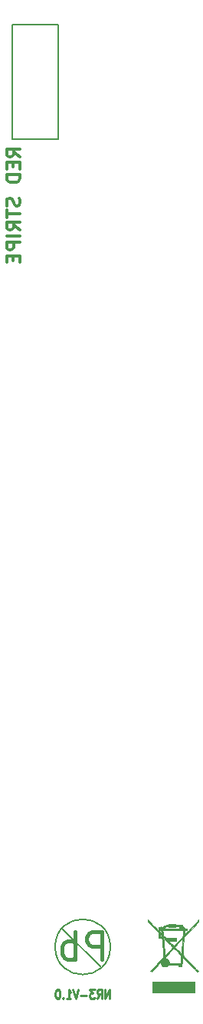
<source format=gbr>
G04 #@! TF.GenerationSoftware,KiCad,Pcbnew,5.1.9-73d0e3b20d~88~ubuntu20.04.1*
G04 #@! TF.CreationDate,2021-04-14T10:28:40-07:00*
G04 #@! TF.ProjectId,3xVCA,33785643-412e-46b6-9963-61645f706362,rev?*
G04 #@! TF.SameCoordinates,Original*
G04 #@! TF.FileFunction,Legend,Bot*
G04 #@! TF.FilePolarity,Positive*
%FSLAX46Y46*%
G04 Gerber Fmt 4.6, Leading zero omitted, Abs format (unit mm)*
G04 Created by KiCad (PCBNEW 5.1.9-73d0e3b20d~88~ubuntu20.04.1) date 2021-04-14 10:28:40*
%MOMM*%
%LPD*%
G01*
G04 APERTURE LIST*
%ADD10C,0.212500*%
%ADD11C,0.375000*%
%ADD12C,0.200000*%
%ADD13C,0.010000*%
%ADD14C,0.150000*%
%ADD15C,0.400000*%
G04 APERTURE END LIST*
D10*
X11975000Y1547619D02*
X11975000Y2547619D01*
X11489285Y1547619D01*
X11489285Y2547619D01*
X10598809Y1547619D02*
X10882142Y2023809D01*
X11084523Y1547619D02*
X11084523Y2547619D01*
X10760714Y2547619D01*
X10679761Y2500000D01*
X10639285Y2452380D01*
X10598809Y2357142D01*
X10598809Y2214285D01*
X10639285Y2119047D01*
X10679761Y2071428D01*
X10760714Y2023809D01*
X11084523Y2023809D01*
X10315476Y2547619D02*
X9789285Y2547619D01*
X10072619Y2166666D01*
X9951190Y2166666D01*
X9870238Y2119047D01*
X9829761Y2071428D01*
X9789285Y1976190D01*
X9789285Y1738095D01*
X9829761Y1642857D01*
X9870238Y1595238D01*
X9951190Y1547619D01*
X10194047Y1547619D01*
X10275000Y1595238D01*
X10315476Y1642857D01*
X9425000Y1928571D02*
X8777380Y1928571D01*
X8494047Y2547619D02*
X8210714Y1547619D01*
X7927380Y2547619D01*
X7198809Y1547619D02*
X7684523Y1547619D01*
X7441666Y1547619D02*
X7441666Y2547619D01*
X7522619Y2404761D01*
X7603571Y2309523D01*
X7684523Y2261904D01*
X6834523Y1642857D02*
X6794047Y1595238D01*
X6834523Y1547619D01*
X6875000Y1595238D01*
X6834523Y1642857D01*
X6834523Y1547619D01*
X6267857Y2547619D02*
X6186904Y2547619D01*
X6105952Y2500000D01*
X6065476Y2452380D01*
X6025000Y2357142D01*
X5984523Y2166666D01*
X5984523Y1928571D01*
X6025000Y1738095D01*
X6065476Y1642857D01*
X6105952Y1595238D01*
X6186904Y1547619D01*
X6267857Y1547619D01*
X6348809Y1595238D01*
X6389285Y1642857D01*
X6429761Y1738095D01*
X6470238Y1928571D01*
X6470238Y2166666D01*
X6429761Y2357142D01*
X6389285Y2452380D01*
X6348809Y2500000D01*
X6267857Y2547619D01*
D11*
X2078571Y94285714D02*
X1364285Y94785714D01*
X2078571Y95142857D02*
X578571Y95142857D01*
X578571Y94571428D01*
X650000Y94428571D01*
X721428Y94357142D01*
X864285Y94285714D01*
X1078571Y94285714D01*
X1221428Y94357142D01*
X1292857Y94428571D01*
X1364285Y94571428D01*
X1364285Y95142857D01*
X1292857Y93642857D02*
X1292857Y93142857D01*
X2078571Y92928571D02*
X2078571Y93642857D01*
X578571Y93642857D01*
X578571Y92928571D01*
X2078571Y92285714D02*
X578571Y92285714D01*
X578571Y91928571D01*
X650000Y91714285D01*
X792857Y91571428D01*
X935714Y91500000D01*
X1221428Y91428571D01*
X1435714Y91428571D01*
X1721428Y91500000D01*
X1864285Y91571428D01*
X2007142Y91714285D01*
X2078571Y91928571D01*
X2078571Y92285714D01*
X2007142Y89714285D02*
X2078571Y89500000D01*
X2078571Y89142857D01*
X2007142Y89000000D01*
X1935714Y88928571D01*
X1792857Y88857142D01*
X1650000Y88857142D01*
X1507142Y88928571D01*
X1435714Y89000000D01*
X1364285Y89142857D01*
X1292857Y89428571D01*
X1221428Y89571428D01*
X1150000Y89642857D01*
X1007142Y89714285D01*
X864285Y89714285D01*
X721428Y89642857D01*
X650000Y89571428D01*
X578571Y89428571D01*
X578571Y89071428D01*
X650000Y88857142D01*
X578571Y88428571D02*
X578571Y87571428D01*
X2078571Y88000000D02*
X578571Y88000000D01*
X2078571Y86214285D02*
X1364285Y86714285D01*
X2078571Y87071428D02*
X578571Y87071428D01*
X578571Y86500000D01*
X649999Y86357142D01*
X721428Y86285714D01*
X864285Y86214285D01*
X1078571Y86214285D01*
X1221428Y86285714D01*
X1292857Y86357142D01*
X1364285Y86500000D01*
X1364285Y87071428D01*
X2078571Y85571428D02*
X578571Y85571428D01*
X2078571Y84857142D02*
X578571Y84857142D01*
X578571Y84285714D01*
X649999Y84142857D01*
X721428Y84071428D01*
X864285Y84000000D01*
X1078571Y84000000D01*
X1221428Y84071428D01*
X1292857Y84142857D01*
X1364285Y84285714D01*
X1364285Y84857142D01*
X1292857Y83357142D02*
X1292857Y82857142D01*
X2078571Y82642857D02*
X2078571Y83357142D01*
X578571Y83357142D01*
X578571Y82642857D01*
D12*
X12050000Y7250000D02*
G75*
G03*
X12050000Y7250000I-3050000J0D01*
G01*
X11000000Y5000000D02*
X6750000Y9250000D01*
D13*
G36*
X16677237Y2239474D02*
G01*
X21356184Y2239474D01*
X21356184Y3392500D01*
X16677237Y3392500D01*
X16677237Y2239474D01*
G37*
X16677237Y2239474D02*
X21356184Y2239474D01*
X21356184Y3392500D01*
X16677237Y3392500D01*
X16677237Y2239474D01*
G36*
X16176744Y10150663D02*
G01*
X16177567Y10034934D01*
X16777885Y9425000D01*
X17378204Y8815066D01*
X17378641Y8535165D01*
X17379079Y8255263D01*
X17744663Y8255263D01*
X17754083Y8184244D01*
X17757650Y8151873D01*
X17763662Y8090913D01*
X17771799Y8005002D01*
X17781738Y7897774D01*
X17793157Y7772867D01*
X17805736Y7633917D01*
X17819153Y7484559D01*
X17833085Y7328432D01*
X17847212Y7169170D01*
X17861212Y7010410D01*
X17874763Y6855789D01*
X17887544Y6708943D01*
X17899233Y6573507D01*
X17909508Y6453120D01*
X17918048Y6351416D01*
X17924531Y6272033D01*
X17928636Y6218606D01*
X17930041Y6194771D01*
X17930040Y6194658D01*
X17919796Y6175534D01*
X17889026Y6136045D01*
X17837311Y6075734D01*
X17764233Y5994139D01*
X17669373Y5890802D01*
X17552313Y5765262D01*
X17412633Y5617060D01*
X17249916Y5445737D01*
X17204179Y5397763D01*
X16478805Y4637434D01*
X16537449Y4578948D01*
X16596092Y4520461D01*
X16690974Y4623690D01*
X16725685Y4660997D01*
X16779906Y4718689D01*
X16850059Y4792987D01*
X16932568Y4880111D01*
X17023855Y4976282D01*
X17120342Y5077720D01*
X17178065Y5138305D01*
X17286434Y5251803D01*
X17374028Y5342715D01*
X17443080Y5412693D01*
X17495824Y5463390D01*
X17534494Y5496460D01*
X17561323Y5513556D01*
X17578544Y5516331D01*
X17588392Y5506437D01*
X17593099Y5485529D01*
X17594899Y5455259D01*
X17595141Y5446998D01*
X17607658Y5390091D01*
X17638497Y5321307D01*
X17681503Y5251525D01*
X17730520Y5191622D01*
X17750134Y5173118D01*
X17850770Y5108372D01*
X17968327Y5072146D01*
X18072262Y5063553D01*
X18190049Y5079761D01*
X18298831Y5127288D01*
X18395110Y5204489D01*
X18412875Y5223705D01*
X18477832Y5297500D01*
X19601579Y5297500D01*
X19601579Y5063553D01*
X19902368Y5063553D01*
X19902368Y5172848D01*
X19906143Y5247461D01*
X19918825Y5299250D01*
X19934237Y5327420D01*
X19945250Y5347576D01*
X19954679Y5376800D01*
X19963151Y5419425D01*
X19971290Y5479783D01*
X19979721Y5562207D01*
X19989068Y5671028D01*
X19995469Y5751983D01*
X20024831Y6131268D01*
X20745659Y5401062D01*
X20875992Y5268934D01*
X21001108Y5141904D01*
X21118721Y5022305D01*
X21226545Y4912472D01*
X21322295Y4814737D01*
X21403683Y4731434D01*
X21468423Y4664896D01*
X21514230Y4617458D01*
X21538792Y4591480D01*
X21579145Y4550351D01*
X21612805Y4521665D01*
X21630910Y4512105D01*
X21654035Y4523303D01*
X21687743Y4551281D01*
X21699169Y4562674D01*
X21747617Y4613243D01*
X21480881Y4884298D01*
X21412831Y4953348D01*
X21325085Y5042226D01*
X21221492Y5147041D01*
X21105900Y5263903D01*
X20982159Y5388921D01*
X20854119Y5518205D01*
X20725628Y5647864D01*
X20633454Y5740821D01*
X20493342Y5882480D01*
X20375632Y6002409D01*
X20278820Y6102232D01*
X20201399Y6183572D01*
X20141864Y6248052D01*
X20112358Y6281723D01*
X19875409Y6281723D01*
X19845743Y5902408D01*
X19836797Y5791223D01*
X19828142Y5689547D01*
X19820271Y5602696D01*
X19813672Y5535982D01*
X19808836Y5494721D01*
X19807280Y5485494D01*
X19798482Y5447895D01*
X18536681Y5447895D01*
X18528258Y5552827D01*
X18502828Y5676805D01*
X18449611Y5786476D01*
X18371963Y5877844D01*
X18273237Y5946917D01*
X18162428Y5988380D01*
X18126480Y6007829D01*
X18108483Y6049570D01*
X18108106Y6051411D01*
X18105947Y6069033D01*
X18108616Y6087078D01*
X18118720Y6108892D01*
X18138863Y6137823D01*
X18171651Y6177217D01*
X18219690Y6230423D01*
X18285584Y6300786D01*
X18371940Y6391654D01*
X18377520Y6397507D01*
X18470405Y6495044D01*
X18569155Y6598933D01*
X18666984Y6702023D01*
X18757107Y6797161D01*
X18832738Y6877196D01*
X18849605Y6895089D01*
X18914265Y6962556D01*
X18971705Y7020291D01*
X19017801Y7064325D01*
X19048431Y7090686D01*
X19058715Y7096479D01*
X19074052Y7084354D01*
X19109917Y7051090D01*
X19163488Y6999458D01*
X19231940Y6932225D01*
X19312447Y6852163D01*
X19402187Y6762039D01*
X19475532Y6687802D01*
X19875409Y6281723D01*
X20112358Y6281723D01*
X20098709Y6297297D01*
X20070429Y6332929D01*
X20055517Y6356571D01*
X20052199Y6367520D01*
X20053456Y6391414D01*
X20057274Y6445499D01*
X20063407Y6526662D01*
X20071607Y6631790D01*
X20081627Y6757772D01*
X20093220Y6901495D01*
X20106140Y7059846D01*
X20120138Y7229713D01*
X20131419Y7365472D01*
X20195250Y8130894D01*
X20031004Y8130894D01*
X20030297Y8114376D01*
X20026969Y8067855D01*
X20021290Y7994622D01*
X20013526Y7897972D01*
X20003943Y7781195D01*
X19992811Y7647586D01*
X19980395Y7500437D01*
X19968480Y7360729D01*
X19954984Y7202213D01*
X19942413Y7052579D01*
X19931055Y6915398D01*
X19921198Y6794241D01*
X19913130Y6692680D01*
X19907140Y6614288D01*
X19903515Y6562637D01*
X19902509Y6542577D01*
X19900940Y6530092D01*
X19894722Y6525138D01*
X19881459Y6529782D01*
X19858753Y6546091D01*
X19824208Y6576132D01*
X19775427Y6621973D01*
X19710013Y6685680D01*
X19625569Y6769321D01*
X19535971Y6858701D01*
X19169574Y7224814D01*
X19172141Y7227566D01*
X18929951Y7227566D01*
X18918913Y7212450D01*
X18888013Y7176858D01*
X18840347Y7124059D01*
X18779013Y7057327D01*
X18707107Y6979930D01*
X18627727Y6895142D01*
X18543969Y6806233D01*
X18458930Y6716474D01*
X18375708Y6629136D01*
X18297399Y6547491D01*
X18227100Y6474809D01*
X18167909Y6414363D01*
X18122922Y6369422D01*
X18095236Y6343258D01*
X18087686Y6337928D01*
X18085197Y6355133D01*
X18080030Y6402652D01*
X18072470Y6477511D01*
X18062800Y6576736D01*
X18051305Y6697351D01*
X18038269Y6836382D01*
X18023976Y6990855D01*
X18008710Y7157794D01*
X17996521Y7292403D01*
X17980929Y7466946D01*
X17966523Y7631373D01*
X17953547Y7782701D01*
X17942241Y7917947D01*
X17932848Y8034130D01*
X17925611Y8128265D01*
X17920772Y8197370D01*
X17918573Y8238462D01*
X17918824Y8249132D01*
X17931970Y8239628D01*
X17965446Y8209080D01*
X18016326Y8160444D01*
X18081683Y8096677D01*
X18158591Y8020735D01*
X18244124Y7935576D01*
X18335354Y7844155D01*
X18429356Y7749431D01*
X18523202Y7654359D01*
X18613967Y7561897D01*
X18698723Y7475001D01*
X18774544Y7396628D01*
X18838503Y7329735D01*
X18887674Y7277278D01*
X18919131Y7242215D01*
X18929951Y7227566D01*
X19172141Y7227566D01*
X19306202Y7371240D01*
X19375784Y7445552D01*
X19453881Y7528517D01*
X19537406Y7616898D01*
X19623270Y7707459D01*
X19708385Y7796964D01*
X19789664Y7882177D01*
X19864019Y7959861D01*
X19928363Y8026780D01*
X19979606Y8079697D01*
X20014663Y8115377D01*
X20030444Y8130584D01*
X20031004Y8130894D01*
X20195250Y8130894D01*
X20211204Y8322193D01*
X21009286Y9161515D01*
X21807368Y10000836D01*
X21806781Y10118148D01*
X21806194Y10235461D01*
X21677275Y10097747D01*
X21605124Y10020937D01*
X21519940Y9930696D01*
X21424021Y9829425D01*
X21319666Y9719524D01*
X21209174Y9603396D01*
X21094844Y9483442D01*
X20978975Y9362064D01*
X20863865Y9241662D01*
X20751814Y9124638D01*
X20645119Y9013394D01*
X20546080Y8910331D01*
X20456997Y8817850D01*
X20380166Y8738353D01*
X20317888Y8674242D01*
X20272462Y8627917D01*
X20246185Y8601781D01*
X20240426Y8596767D01*
X20240030Y8614209D01*
X20242208Y8658865D01*
X20246583Y8724660D01*
X20252775Y8805517D01*
X20255433Y8837817D01*
X20275228Y9074079D01*
X20120242Y9074079D01*
X20112240Y9036480D01*
X20108160Y9006745D01*
X20102425Y8950797D01*
X20095701Y8875764D01*
X20088648Y8788775D01*
X20086207Y8756579D01*
X20079008Y8664139D01*
X20071742Y8578293D01*
X20065136Y8507153D01*
X20059916Y8458831D01*
X20058739Y8450061D01*
X20054298Y8432058D01*
X20044687Y8410983D01*
X20027860Y8384475D01*
X20001775Y8350172D01*
X19964387Y8305711D01*
X19913654Y8248729D01*
X19847530Y8176864D01*
X19763974Y8087754D01*
X19660940Y7979036D01*
X19555833Y7868725D01*
X19451262Y7759559D01*
X19353649Y7658460D01*
X19265422Y7567885D01*
X19189012Y7490292D01*
X19126849Y7428138D01*
X19081363Y7383882D01*
X19054983Y7359982D01*
X19049357Y7356426D01*
X19034557Y7369319D01*
X18999961Y7402940D01*
X18948929Y7453918D01*
X18884817Y7518880D01*
X18810984Y7594452D01*
X18757589Y7649507D01*
X18478827Y7937763D01*
X19300790Y7937763D01*
X19300790Y8255263D01*
X18298158Y8255263D01*
X18298158Y8113794D01*
X18114342Y8297040D01*
X17983948Y8427029D01*
X17730000Y8427029D01*
X17727571Y8406523D01*
X17715276Y8395098D01*
X17685604Y8390120D01*
X17631045Y8388956D01*
X17621382Y8388948D01*
X17512763Y8388948D01*
X17512763Y8680416D01*
X17621382Y8572763D01*
X17682654Y8507313D01*
X17719301Y8457171D01*
X17730000Y8427029D01*
X17983948Y8427029D01*
X17930526Y8480285D01*
X17930526Y8643498D01*
X17930015Y8718586D01*
X17927672Y8766355D01*
X17922289Y8792902D01*
X17912656Y8804321D01*
X17898129Y8806711D01*
X17881973Y8810220D01*
X17870031Y8824289D01*
X17860861Y8854231D01*
X17853018Y8905358D01*
X17845058Y8982983D01*
X17842504Y9011415D01*
X17836974Y9074079D01*
X20120242Y9074079D01*
X20275228Y9074079D01*
X20487237Y9074079D01*
X20487237Y9224474D01*
X20397141Y9224474D01*
X20344445Y9225917D01*
X20315812Y9232884D01*
X20312309Y9237030D01*
X20127766Y9237030D01*
X20118054Y9227558D01*
X20084412Y9224634D01*
X20061706Y9224474D01*
X19985921Y9224474D01*
X19703306Y9224474D01*
X17823481Y9224474D01*
X17887062Y9289587D01*
X17985814Y9369938D01*
X18108032Y9431911D01*
X18255787Y9476354D01*
X18402599Y9500935D01*
X18498684Y9512404D01*
X18498684Y9391579D01*
X19267368Y9391579D01*
X19267368Y9528655D01*
X19380165Y9517224D01*
X19458975Y9507575D01*
X19542943Y9494786D01*
X19593224Y9485652D01*
X19693487Y9465512D01*
X19698397Y9344993D01*
X19703306Y9224474D01*
X19985921Y9224474D01*
X19985921Y9291316D01*
X19988131Y9333190D01*
X19993650Y9356464D01*
X19995874Y9358158D01*
X20020613Y9347440D01*
X20056757Y9321437D01*
X20092990Y9289377D01*
X20117999Y9260489D01*
X20120227Y9256733D01*
X20127766Y9237030D01*
X20312309Y9237030D01*
X20301919Y9249326D01*
X20296311Y9267238D01*
X20273422Y9313721D01*
X20229460Y9369600D01*
X20171989Y9427040D01*
X20108573Y9478207D01*
X20066918Y9504857D01*
X20019466Y9534028D01*
X19995141Y9558533D01*
X19986595Y9587428D01*
X19985938Y9604638D01*
X19985937Y9608816D01*
X19133684Y9608816D01*
X19133684Y9525263D01*
X18632368Y9525263D01*
X18632368Y9608816D01*
X19133684Y9608816D01*
X19985937Y9608816D01*
X19985921Y9658948D01*
X19845274Y9658948D01*
X19780564Y9657383D01*
X19730130Y9653215D01*
X19702094Y9647227D01*
X19699057Y9644803D01*
X19681273Y9641082D01*
X19637992Y9642606D01*
X19576651Y9648925D01*
X19534737Y9654760D01*
X19458737Y9666222D01*
X19389230Y9676570D01*
X19336997Y9684204D01*
X19321678Y9686373D01*
X19281653Y9698768D01*
X19267368Y9718192D01*
X19263025Y9726102D01*
X19247490Y9732137D01*
X19217001Y9736534D01*
X19167800Y9739531D01*
X19096126Y9741365D01*
X18998219Y9742275D01*
X18883026Y9742500D01*
X18760086Y9742372D01*
X18666559Y9741770D01*
X18598440Y9740361D01*
X18551719Y9737819D01*
X18522391Y9733811D01*
X18506449Y9728009D01*
X18499885Y9720083D01*
X18498684Y9710867D01*
X18488460Y9681615D01*
X18454970Y9664969D01*
X18393988Y9659032D01*
X18383017Y9658948D01*
X18279746Y9648294D01*
X18162453Y9618967D01*
X18041715Y9574916D01*
X17928111Y9520089D01*
X17832219Y9458436D01*
X17819799Y9448668D01*
X17779318Y9416885D01*
X17755345Y9404156D01*
X17738604Y9408271D01*
X17721419Y9425250D01*
X17670664Y9458508D01*
X17604607Y9471275D01*
X17533474Y9464635D01*
X17467486Y9439673D01*
X17416868Y9397471D01*
X17413203Y9392566D01*
X17375328Y9313789D01*
X17368281Y9232246D01*
X17391285Y9154513D01*
X17443563Y9087165D01*
X17449956Y9081604D01*
X17487073Y9055187D01*
X17524733Y9043553D01*
X17577676Y9042713D01*
X17590902Y9043458D01*
X17642703Y9045359D01*
X17669386Y9041004D01*
X17679045Y9027862D01*
X17680037Y9015592D01*
X17682061Y8979998D01*
X17687086Y8926467D01*
X17690697Y8894441D01*
X17695934Y8843573D01*
X17693756Y8817532D01*
X17681125Y8808014D01*
X17658625Y8806711D01*
X17645282Y8811014D01*
X17623756Y8824943D01*
X17592452Y8850023D01*
X17549776Y8887781D01*
X17494132Y8939744D01*
X17423925Y9007438D01*
X17337560Y9092389D01*
X17233442Y9196125D01*
X17109975Y9320172D01*
X16965564Y9466056D01*
X16895969Y9536551D01*
X16175921Y10266390D01*
X16176744Y10150663D01*
G37*
X16176744Y10150663D02*
X16177567Y10034934D01*
X16777885Y9425000D01*
X17378204Y8815066D01*
X17378641Y8535165D01*
X17379079Y8255263D01*
X17744663Y8255263D01*
X17754083Y8184244D01*
X17757650Y8151873D01*
X17763662Y8090913D01*
X17771799Y8005002D01*
X17781738Y7897774D01*
X17793157Y7772867D01*
X17805736Y7633917D01*
X17819153Y7484559D01*
X17833085Y7328432D01*
X17847212Y7169170D01*
X17861212Y7010410D01*
X17874763Y6855789D01*
X17887544Y6708943D01*
X17899233Y6573507D01*
X17909508Y6453120D01*
X17918048Y6351416D01*
X17924531Y6272033D01*
X17928636Y6218606D01*
X17930041Y6194771D01*
X17930040Y6194658D01*
X17919796Y6175534D01*
X17889026Y6136045D01*
X17837311Y6075734D01*
X17764233Y5994139D01*
X17669373Y5890802D01*
X17552313Y5765262D01*
X17412633Y5617060D01*
X17249916Y5445737D01*
X17204179Y5397763D01*
X16478805Y4637434D01*
X16537449Y4578948D01*
X16596092Y4520461D01*
X16690974Y4623690D01*
X16725685Y4660997D01*
X16779906Y4718689D01*
X16850059Y4792987D01*
X16932568Y4880111D01*
X17023855Y4976282D01*
X17120342Y5077720D01*
X17178065Y5138305D01*
X17286434Y5251803D01*
X17374028Y5342715D01*
X17443080Y5412693D01*
X17495824Y5463390D01*
X17534494Y5496460D01*
X17561323Y5513556D01*
X17578544Y5516331D01*
X17588392Y5506437D01*
X17593099Y5485529D01*
X17594899Y5455259D01*
X17595141Y5446998D01*
X17607658Y5390091D01*
X17638497Y5321307D01*
X17681503Y5251525D01*
X17730520Y5191622D01*
X17750134Y5173118D01*
X17850770Y5108372D01*
X17968327Y5072146D01*
X18072262Y5063553D01*
X18190049Y5079761D01*
X18298831Y5127288D01*
X18395110Y5204489D01*
X18412875Y5223705D01*
X18477832Y5297500D01*
X19601579Y5297500D01*
X19601579Y5063553D01*
X19902368Y5063553D01*
X19902368Y5172848D01*
X19906143Y5247461D01*
X19918825Y5299250D01*
X19934237Y5327420D01*
X19945250Y5347576D01*
X19954679Y5376800D01*
X19963151Y5419425D01*
X19971290Y5479783D01*
X19979721Y5562207D01*
X19989068Y5671028D01*
X19995469Y5751983D01*
X20024831Y6131268D01*
X20745659Y5401062D01*
X20875992Y5268934D01*
X21001108Y5141904D01*
X21118721Y5022305D01*
X21226545Y4912472D01*
X21322295Y4814737D01*
X21403683Y4731434D01*
X21468423Y4664896D01*
X21514230Y4617458D01*
X21538792Y4591480D01*
X21579145Y4550351D01*
X21612805Y4521665D01*
X21630910Y4512105D01*
X21654035Y4523303D01*
X21687743Y4551281D01*
X21699169Y4562674D01*
X21747617Y4613243D01*
X21480881Y4884298D01*
X21412831Y4953348D01*
X21325085Y5042226D01*
X21221492Y5147041D01*
X21105900Y5263903D01*
X20982159Y5388921D01*
X20854119Y5518205D01*
X20725628Y5647864D01*
X20633454Y5740821D01*
X20493342Y5882480D01*
X20375632Y6002409D01*
X20278820Y6102232D01*
X20201399Y6183572D01*
X20141864Y6248052D01*
X20112358Y6281723D01*
X19875409Y6281723D01*
X19845743Y5902408D01*
X19836797Y5791223D01*
X19828142Y5689547D01*
X19820271Y5602696D01*
X19813672Y5535982D01*
X19808836Y5494721D01*
X19807280Y5485494D01*
X19798482Y5447895D01*
X18536681Y5447895D01*
X18528258Y5552827D01*
X18502828Y5676805D01*
X18449611Y5786476D01*
X18371963Y5877844D01*
X18273237Y5946917D01*
X18162428Y5988380D01*
X18126480Y6007829D01*
X18108483Y6049570D01*
X18108106Y6051411D01*
X18105947Y6069033D01*
X18108616Y6087078D01*
X18118720Y6108892D01*
X18138863Y6137823D01*
X18171651Y6177217D01*
X18219690Y6230423D01*
X18285584Y6300786D01*
X18371940Y6391654D01*
X18377520Y6397507D01*
X18470405Y6495044D01*
X18569155Y6598933D01*
X18666984Y6702023D01*
X18757107Y6797161D01*
X18832738Y6877196D01*
X18849605Y6895089D01*
X18914265Y6962556D01*
X18971705Y7020291D01*
X19017801Y7064325D01*
X19048431Y7090686D01*
X19058715Y7096479D01*
X19074052Y7084354D01*
X19109917Y7051090D01*
X19163488Y6999458D01*
X19231940Y6932225D01*
X19312447Y6852163D01*
X19402187Y6762039D01*
X19475532Y6687802D01*
X19875409Y6281723D01*
X20112358Y6281723D01*
X20098709Y6297297D01*
X20070429Y6332929D01*
X20055517Y6356571D01*
X20052199Y6367520D01*
X20053456Y6391414D01*
X20057274Y6445499D01*
X20063407Y6526662D01*
X20071607Y6631790D01*
X20081627Y6757772D01*
X20093220Y6901495D01*
X20106140Y7059846D01*
X20120138Y7229713D01*
X20131419Y7365472D01*
X20195250Y8130894D01*
X20031004Y8130894D01*
X20030297Y8114376D01*
X20026969Y8067855D01*
X20021290Y7994622D01*
X20013526Y7897972D01*
X20003943Y7781195D01*
X19992811Y7647586D01*
X19980395Y7500437D01*
X19968480Y7360729D01*
X19954984Y7202213D01*
X19942413Y7052579D01*
X19931055Y6915398D01*
X19921198Y6794241D01*
X19913130Y6692680D01*
X19907140Y6614288D01*
X19903515Y6562637D01*
X19902509Y6542577D01*
X19900940Y6530092D01*
X19894722Y6525138D01*
X19881459Y6529782D01*
X19858753Y6546091D01*
X19824208Y6576132D01*
X19775427Y6621973D01*
X19710013Y6685680D01*
X19625569Y6769321D01*
X19535971Y6858701D01*
X19169574Y7224814D01*
X19172141Y7227566D01*
X18929951Y7227566D01*
X18918913Y7212450D01*
X18888013Y7176858D01*
X18840347Y7124059D01*
X18779013Y7057327D01*
X18707107Y6979930D01*
X18627727Y6895142D01*
X18543969Y6806233D01*
X18458930Y6716474D01*
X18375708Y6629136D01*
X18297399Y6547491D01*
X18227100Y6474809D01*
X18167909Y6414363D01*
X18122922Y6369422D01*
X18095236Y6343258D01*
X18087686Y6337928D01*
X18085197Y6355133D01*
X18080030Y6402652D01*
X18072470Y6477511D01*
X18062800Y6576736D01*
X18051305Y6697351D01*
X18038269Y6836382D01*
X18023976Y6990855D01*
X18008710Y7157794D01*
X17996521Y7292403D01*
X17980929Y7466946D01*
X17966523Y7631373D01*
X17953547Y7782701D01*
X17942241Y7917947D01*
X17932848Y8034130D01*
X17925611Y8128265D01*
X17920772Y8197370D01*
X17918573Y8238462D01*
X17918824Y8249132D01*
X17931970Y8239628D01*
X17965446Y8209080D01*
X18016326Y8160444D01*
X18081683Y8096677D01*
X18158591Y8020735D01*
X18244124Y7935576D01*
X18335354Y7844155D01*
X18429356Y7749431D01*
X18523202Y7654359D01*
X18613967Y7561897D01*
X18698723Y7475001D01*
X18774544Y7396628D01*
X18838503Y7329735D01*
X18887674Y7277278D01*
X18919131Y7242215D01*
X18929951Y7227566D01*
X19172141Y7227566D01*
X19306202Y7371240D01*
X19375784Y7445552D01*
X19453881Y7528517D01*
X19537406Y7616898D01*
X19623270Y7707459D01*
X19708385Y7796964D01*
X19789664Y7882177D01*
X19864019Y7959861D01*
X19928363Y8026780D01*
X19979606Y8079697D01*
X20014663Y8115377D01*
X20030444Y8130584D01*
X20031004Y8130894D01*
X20195250Y8130894D01*
X20211204Y8322193D01*
X21009286Y9161515D01*
X21807368Y10000836D01*
X21806781Y10118148D01*
X21806194Y10235461D01*
X21677275Y10097747D01*
X21605124Y10020937D01*
X21519940Y9930696D01*
X21424021Y9829425D01*
X21319666Y9719524D01*
X21209174Y9603396D01*
X21094844Y9483442D01*
X20978975Y9362064D01*
X20863865Y9241662D01*
X20751814Y9124638D01*
X20645119Y9013394D01*
X20546080Y8910331D01*
X20456997Y8817850D01*
X20380166Y8738353D01*
X20317888Y8674242D01*
X20272462Y8627917D01*
X20246185Y8601781D01*
X20240426Y8596767D01*
X20240030Y8614209D01*
X20242208Y8658865D01*
X20246583Y8724660D01*
X20252775Y8805517D01*
X20255433Y8837817D01*
X20275228Y9074079D01*
X20120242Y9074079D01*
X20112240Y9036480D01*
X20108160Y9006745D01*
X20102425Y8950797D01*
X20095701Y8875764D01*
X20088648Y8788775D01*
X20086207Y8756579D01*
X20079008Y8664139D01*
X20071742Y8578293D01*
X20065136Y8507153D01*
X20059916Y8458831D01*
X20058739Y8450061D01*
X20054298Y8432058D01*
X20044687Y8410983D01*
X20027860Y8384475D01*
X20001775Y8350172D01*
X19964387Y8305711D01*
X19913654Y8248729D01*
X19847530Y8176864D01*
X19763974Y8087754D01*
X19660940Y7979036D01*
X19555833Y7868725D01*
X19451262Y7759559D01*
X19353649Y7658460D01*
X19265422Y7567885D01*
X19189012Y7490292D01*
X19126849Y7428138D01*
X19081363Y7383882D01*
X19054983Y7359982D01*
X19049357Y7356426D01*
X19034557Y7369319D01*
X18999961Y7402940D01*
X18948929Y7453918D01*
X18884817Y7518880D01*
X18810984Y7594452D01*
X18757589Y7649507D01*
X18478827Y7937763D01*
X19300790Y7937763D01*
X19300790Y8255263D01*
X18298158Y8255263D01*
X18298158Y8113794D01*
X18114342Y8297040D01*
X17983948Y8427029D01*
X17730000Y8427029D01*
X17727571Y8406523D01*
X17715276Y8395098D01*
X17685604Y8390120D01*
X17631045Y8388956D01*
X17621382Y8388948D01*
X17512763Y8388948D01*
X17512763Y8680416D01*
X17621382Y8572763D01*
X17682654Y8507313D01*
X17719301Y8457171D01*
X17730000Y8427029D01*
X17983948Y8427029D01*
X17930526Y8480285D01*
X17930526Y8643498D01*
X17930015Y8718586D01*
X17927672Y8766355D01*
X17922289Y8792902D01*
X17912656Y8804321D01*
X17898129Y8806711D01*
X17881973Y8810220D01*
X17870031Y8824289D01*
X17860861Y8854231D01*
X17853018Y8905358D01*
X17845058Y8982983D01*
X17842504Y9011415D01*
X17836974Y9074079D01*
X20120242Y9074079D01*
X20275228Y9074079D01*
X20487237Y9074079D01*
X20487237Y9224474D01*
X20397141Y9224474D01*
X20344445Y9225917D01*
X20315812Y9232884D01*
X20312309Y9237030D01*
X20127766Y9237030D01*
X20118054Y9227558D01*
X20084412Y9224634D01*
X20061706Y9224474D01*
X19985921Y9224474D01*
X19703306Y9224474D01*
X17823481Y9224474D01*
X17887062Y9289587D01*
X17985814Y9369938D01*
X18108032Y9431911D01*
X18255787Y9476354D01*
X18402599Y9500935D01*
X18498684Y9512404D01*
X18498684Y9391579D01*
X19267368Y9391579D01*
X19267368Y9528655D01*
X19380165Y9517224D01*
X19458975Y9507575D01*
X19542943Y9494786D01*
X19593224Y9485652D01*
X19693487Y9465512D01*
X19698397Y9344993D01*
X19703306Y9224474D01*
X19985921Y9224474D01*
X19985921Y9291316D01*
X19988131Y9333190D01*
X19993650Y9356464D01*
X19995874Y9358158D01*
X20020613Y9347440D01*
X20056757Y9321437D01*
X20092990Y9289377D01*
X20117999Y9260489D01*
X20120227Y9256733D01*
X20127766Y9237030D01*
X20312309Y9237030D01*
X20301919Y9249326D01*
X20296311Y9267238D01*
X20273422Y9313721D01*
X20229460Y9369600D01*
X20171989Y9427040D01*
X20108573Y9478207D01*
X20066918Y9504857D01*
X20019466Y9534028D01*
X19995141Y9558533D01*
X19986595Y9587428D01*
X19985938Y9604638D01*
X19985937Y9608816D01*
X19133684Y9608816D01*
X19133684Y9525263D01*
X18632368Y9525263D01*
X18632368Y9608816D01*
X19133684Y9608816D01*
X19985937Y9608816D01*
X19985921Y9658948D01*
X19845274Y9658948D01*
X19780564Y9657383D01*
X19730130Y9653215D01*
X19702094Y9647227D01*
X19699057Y9644803D01*
X19681273Y9641082D01*
X19637992Y9642606D01*
X19576651Y9648925D01*
X19534737Y9654760D01*
X19458737Y9666222D01*
X19389230Y9676570D01*
X19336997Y9684204D01*
X19321678Y9686373D01*
X19281653Y9698768D01*
X19267368Y9718192D01*
X19263025Y9726102D01*
X19247490Y9732137D01*
X19217001Y9736534D01*
X19167800Y9739531D01*
X19096126Y9741365D01*
X18998219Y9742275D01*
X18883026Y9742500D01*
X18760086Y9742372D01*
X18666559Y9741770D01*
X18598440Y9740361D01*
X18551719Y9737819D01*
X18522391Y9733811D01*
X18506449Y9728009D01*
X18499885Y9720083D01*
X18498684Y9710867D01*
X18488460Y9681615D01*
X18454970Y9664969D01*
X18393988Y9659032D01*
X18383017Y9658948D01*
X18279746Y9648294D01*
X18162453Y9618967D01*
X18041715Y9574916D01*
X17928111Y9520089D01*
X17832219Y9458436D01*
X17819799Y9448668D01*
X17779318Y9416885D01*
X17755345Y9404156D01*
X17738604Y9408271D01*
X17721419Y9425250D01*
X17670664Y9458508D01*
X17604607Y9471275D01*
X17533474Y9464635D01*
X17467486Y9439673D01*
X17416868Y9397471D01*
X17413203Y9392566D01*
X17375328Y9313789D01*
X17368281Y9232246D01*
X17391285Y9154513D01*
X17443563Y9087165D01*
X17449956Y9081604D01*
X17487073Y9055187D01*
X17524733Y9043553D01*
X17577676Y9042713D01*
X17590902Y9043458D01*
X17642703Y9045359D01*
X17669386Y9041004D01*
X17679045Y9027862D01*
X17680037Y9015592D01*
X17682061Y8979998D01*
X17687086Y8926467D01*
X17690697Y8894441D01*
X17695934Y8843573D01*
X17693756Y8817532D01*
X17681125Y8808014D01*
X17658625Y8806711D01*
X17645282Y8811014D01*
X17623756Y8824943D01*
X17592452Y8850023D01*
X17549776Y8887781D01*
X17494132Y8939744D01*
X17423925Y9007438D01*
X17337560Y9092389D01*
X17233442Y9196125D01*
X17109975Y9320172D01*
X16965564Y9466056D01*
X16895969Y9536551D01*
X16175921Y10266390D01*
X16176744Y10150663D01*
D14*
X6250000Y102500000D02*
X6250000Y108800000D01*
X6250000Y108800000D02*
X1250000Y108800000D01*
X1250000Y108800000D02*
X1250000Y96200000D01*
X1250000Y96200000D02*
X6250000Y96200000D01*
X6250000Y96200000D02*
X6250000Y102500000D01*
D15*
X11142857Y5892857D02*
X11142857Y8892857D01*
X10000000Y8892857D01*
X9714285Y8750000D01*
X9571428Y8607142D01*
X9428571Y8321428D01*
X9428571Y7892857D01*
X9571428Y7607142D01*
X9714285Y7464285D01*
X10000000Y7321428D01*
X11142857Y7321428D01*
X8142857Y5892857D02*
X8142857Y8892857D01*
X8142857Y7750000D02*
X7857142Y7892857D01*
X7285714Y7892857D01*
X7000000Y7750000D01*
X6857142Y7607142D01*
X6714285Y7321428D01*
X6714285Y6464285D01*
X6857142Y6178571D01*
X7000000Y6035714D01*
X7285714Y5892857D01*
X7857142Y5892857D01*
X8142857Y6035714D01*
M02*

</source>
